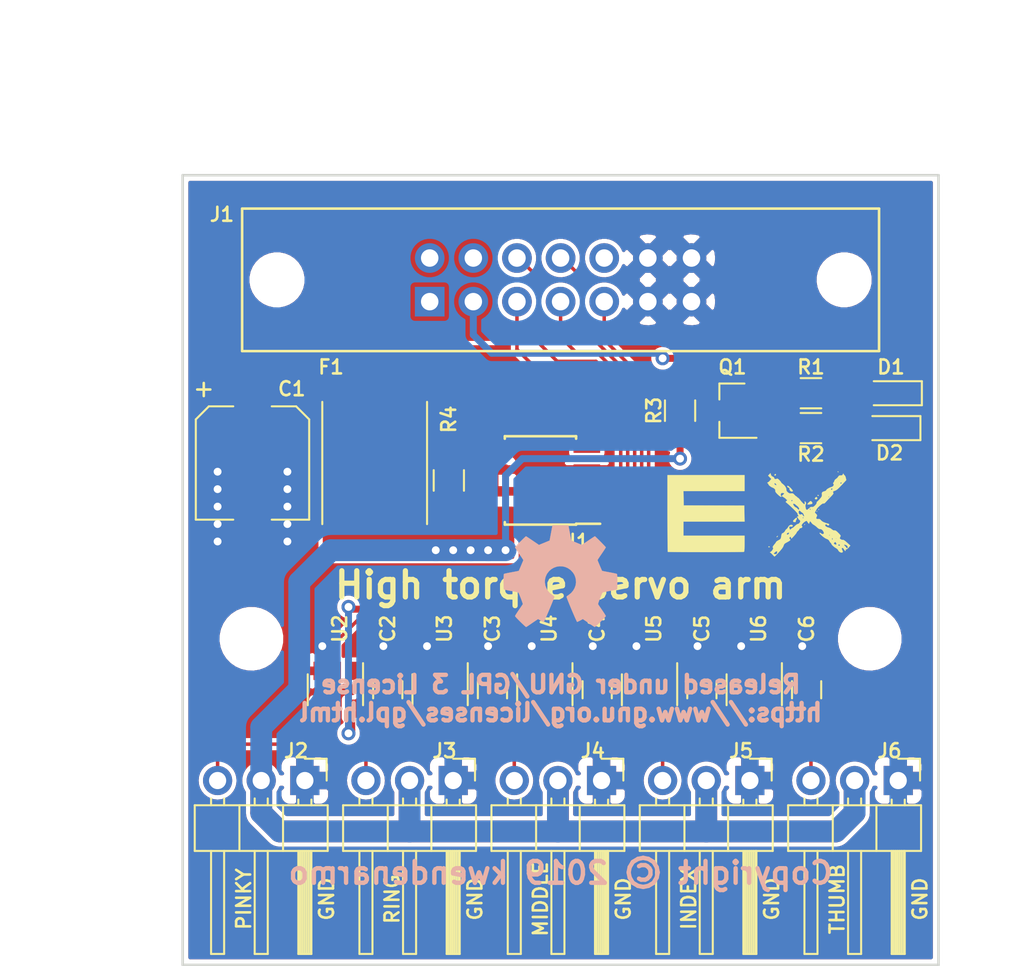
<source format=kicad_pcb>
(kicad_pcb (version 4) (host pcbnew 4.0.7-e2-6376~61~ubuntu18.04.1)
  (title_block (title "High Torque Servo Arm: Microservo") (date 2019-12-06) (rev release-v0.1A) (company "EX arte electrónico y experimental") (comment 2 "Revised by: R. García") (comment 3 "Drawn by: R. García") (comment 4 "Designed by: R. García"))
  (layers (0 F.Cu signal) (31 B.Cu signal) (34 B.Paste user) (35 F.Paste user) (36 B.SilkS user) (37 F.SilkS user) (38 B.Mask user) (39 F.Mask user) (44 Edge.Cuts user))
  (net 0 "")
  (net 1 "Net-(C1-Pad1)")
  (net 2 GND)
  (net 3 +5V)
  (net 4 "Net-(D1-Pad2)")
  (net 5 "Net-(D2-Pad2)")
  (net 6 "Net-(F1-Pad1)")
  (net 7 "Net-(J1-Pad5)")
  (net 8 "Net-(J1-Pad6)")
  (net 9 "Net-(J1-Pad7)")
  (net 10 "Net-(J1-Pad8)")
  (net 11 "Net-(J1-Pad9)")
  (net 12 "Net-(J1-Pad10)")
  (net 13 "Net-(J2-Pad3)")
  (net 14 "Net-(J3-Pad3)")
  (net 15 "Net-(J4-Pad3)")
  (net 16 "Net-(J5-Pad3)")
  (net 17 "Net-(J6-Pad3)")
  (net 18 "Net-(Q1-Pad1)")
  (net 19 "Net-(Q1-Pad3)")
  (net 20 "Net-(U1-Pad4)")
  (net 21 "Net-(U1-Pad5)")
  (module logo-ex:logo-ex (layer F.Cu) (at 33.528 19.812)
    (fp_text reference G*** hide)
    (fp_text value LOGO hide)
  )
  (module Fuse_Holders_and_Fuses:Fuse_SMD2920 (layer F.Cu) (at 11.176 16.764 90)
    (fp_text reference F1 (at 5.588 -2.54 180) (layer F.SilkS) (effects (font (size 0.8128 0.8128) (thickness 0.1524))))
    (fp_text value 2A)
    (pad 1 smd rect (at -3.7 0 180) (size 5.6 2.3) (layers F.Cu F.Paste F.Mask) (net 6 "Net-(F1-Pad1)"))
    (pad 2 smd rect (at 3.7 0 180) (size 5.6 2.3) (layers F.Cu F.Paste F.Mask) (net 1 "Net-(C1-Pad1)"))
  )
  (module Fiducials:Fiducial_1mm_Dia_2mm_Outer (layer F.Cu) (at 21.082 21.844)
    (fp_text reference REF** hide)
    (fp_text value Fiducial_1mm_Dia_2mm_Outer hide)
    (pad ~ smd circle (at 0 0) (size 1 1) (layers F.Cu F.Mask) (clearance 0.5))
  )
  (module Fiducials:Fiducial_1mm_Dia_2mm_Outer (layer F.Cu) (at 42 2)
    (fp_text reference REF** hide)
    (fp_text value Fiducial_1mm_Dia_2mm_Outer hide)
    (pad ~ smd circle (at 0 0) (size 1 1) (layers F.Cu F.Mask) (clearance 0.5))
  )
  (module Fiducials:Fiducial_1mm_Dia_2mm_Outer (layer F.Cu) (at 42 31.5)
    (fp_text reference REF** hide)
    (fp_text value Fiducial_1mm_Dia_2mm_Outer hide)
    (pad ~ smd circle (at 0 0) (size 1 1) (layers F.Cu F.Mask) (clearance 0.5))
  )
  (module Mounting_Holes:MountingHole_3.2mm_M3_DIN965 (layer F.Cu) (at 40 27)
    (fp_text reference REF** hide)
    (fp_text value MountingHole_3.2mm_M3_DIN965 hide)
    (pad 1 np_thru_hole circle (at 0 0) (size 3.2 3.2) (drill 3.2) (layers *.Cu *.Mask))
  )
  (module Mounting_Holes:MountingHole_3.2mm_M3_DIN965 (layer F.Cu) (at 4 27)
    (fp_text reference REF** hide)
    (fp_text value MountingHole_3.2mm_M3_DIN965 hide)
    (pad 1 np_thru_hole circle (at 0 0) (size 3.2 3.2) (drill 3.2) (layers *.Cu *.Mask))
  )
  (module Capacitors_SMD:CP_Elec_6.3x7.7 (layer F.Cu) (at 4.064 16.764 270)
    (fp_text reference C1 (at -4.318 -2.286 360) (layer F.SilkS) (effects (font (size 0.8128 0.8128) (thickness 0.1524))))
    (fp_text value 100µF)
    (fp_text user + (at -4.28 2.91 270) (layer F.SilkS))
    (pad 1 smd rect (at -2.7 0 90) (size 3.5 1.6) (layers F.Cu F.Paste F.Mask) (net 1 "Net-(C1-Pad1)"))
    (pad 2 smd rect (at 2.7 0 90) (size 3.5 1.6) (layers F.Cu F.Paste F.Mask) (net 2 GND))
  )
  (module Capacitors_SMD:C_0805 (layer F.Cu) (at 11.938 29.972 90)
    (fp_text reference C2 (at 3.556 0 90) (layer F.SilkS) (effects (font (size 0.8128 0.8128) (thickness 0.1524))))
    (fp_text value 100nF)
    (pad 1 smd rect (at -1 0 90) (size 1 1.25) (layers F.Cu F.Paste F.Mask) (net 3 +5V))
    (pad 2 smd rect (at 1 0 90) (size 1 1.25) (layers F.Cu F.Paste F.Mask) (net 2 GND))
  )
  (module Capacitors_SMD:C_0805 (layer F.Cu) (at 18.034 29.972 90)
    (fp_text reference C3 (at 3.556 0 90) (layer F.SilkS) (effects (font (size 0.8128 0.8128) (thickness 0.1524))))
    (fp_text value 100nF)
    (pad 1 smd rect (at -1 0 90) (size 1 1.25) (layers F.Cu F.Paste F.Mask) (net 3 +5V))
    (pad 2 smd rect (at 1 0 90) (size 1 1.25) (layers F.Cu F.Paste F.Mask) (net 2 GND))
  )
  (module Capacitors_SMD:C_0805 (layer F.Cu) (at 24.13 29.972 90)
    (fp_text reference C4 (at 3.556 0 90) (layer F.SilkS) (effects (font (size 0.8128 0.8128) (thickness 0.1524))))
    (fp_text value 100nF)
    (pad 1 smd rect (at -1 0 90) (size 1 1.25) (layers F.Cu F.Paste F.Mask) (net 3 +5V))
    (pad 2 smd rect (at 1 0 90) (size 1 1.25) (layers F.Cu F.Paste F.Mask) (net 2 GND))
  )
  (module Capacitors_SMD:C_0805 (layer F.Cu) (at 30.226 29.972 90)
    (fp_text reference C5 (at 3.556 0 90) (layer F.SilkS) (effects (font (size 0.8128 0.8128) (thickness 0.1524))))
    (fp_text value 100nF)
    (pad 1 smd rect (at -1 0 90) (size 1 1.25) (layers F.Cu F.Paste F.Mask) (net 3 +5V))
    (pad 2 smd rect (at 1 0 90) (size 1 1.25) (layers F.Cu F.Paste F.Mask) (net 2 GND))
  )
  (module Capacitors_SMD:C_0805 (layer F.Cu) (at 36.322 29.972 90)
    (fp_text reference C6 (at 3.556 0 90) (layer F.SilkS) (effects (font (size 0.8128 0.8128) (thickness 0.1524))))
    (fp_text value 100nF)
    (pad 1 smd rect (at -1 0 90) (size 1 1.25) (layers F.Cu F.Paste F.Mask) (net 3 +5V))
    (pad 2 smd rect (at 1 0 90) (size 1 1.25) (layers F.Cu F.Paste F.Mask) (net 2 GND))
  )
  (module LEDs:LED_0805 (layer F.Cu) (at 41.232 12.7 180)
    (fp_text reference D1 (at 0 1.524 180) (layer F.SilkS) (effects (font (size 0.8128 0.8128) (thickness 0.1524))))
    (fp_text value GREEN)
    (pad 2 smd rect (at 1.1 0) (size 1.2 1.2) (layers F.Cu F.Paste F.Mask) (net 4 "Net-(D1-Pad2)"))
    (pad 1 smd rect (at -1.1 0) (size 1.2 1.2) (layers F.Cu F.Paste F.Mask) (net 2 GND))
  )
  (module LEDs:LED_0805 (layer F.Cu) (at 41.148 14.732 180)
    (fp_text reference D2 (at 0 -1.45 180) (layer F.SilkS) (effects (font (size 0.8128 0.8128) (thickness 0.1524))))
    (fp_text value RED)
    (pad 2 smd rect (at 1.1 0) (size 1.2 1.2) (layers F.Cu F.Paste F.Mask) (net 5 "Net-(D2-Pad2)"))
    (pad 1 smd rect (at -1.1 0) (size 1.2 1.2) (layers F.Cu F.Paste F.Mask) (net 2 GND))
  )
  (module Pin_Headers:Pin_Header_Angled_1x03_Pitch2.54mm (layer F.Cu) (at 7.112 35.26 270)
    (fp_text reference J2 (at -1.732 0.508 360) (layer F.SilkS) (effects (font (size 0.8128 0.8128) (thickness 0.1524))))
    (fp_text value SERVO)
    (pad 1 thru_hole rect (at 0 0 270) (size 1.7 1.7) (drill 1) (layers *.Cu *.Mask) (net 2 GND))
    (pad 2 thru_hole oval (at 0 2.54 270) (size 1.7 1.7) (drill 1) (layers *.Cu *.Mask) (net 6 "Net-(F1-Pad1)"))
    (pad 3 thru_hole oval (at 0 5.08 270) (size 1.7 1.7) (drill 1) (layers *.Cu *.Mask) (net 13 "Net-(J2-Pad3)"))
  )
  (module Pin_Headers:Pin_Header_Angled_1x03_Pitch2.54mm (layer F.Cu) (at 15.748 35.26 270)
    (fp_text reference J3 (at -1.732 0.508 360) (layer F.SilkS) (effects (font (size 0.8128 0.8128) (thickness 0.1524))))
    (fp_text value SERVO)
    (pad 1 thru_hole rect (at 0 0 270) (size 1.7 1.7) (drill 1) (layers *.Cu *.Mask) (net 2 GND))
    (pad 2 thru_hole oval (at 0 2.54 270) (size 1.7 1.7) (drill 1) (layers *.Cu *.Mask) (net 6 "Net-(F1-Pad1)"))
    (pad 3 thru_hole oval (at 0 5.08 270) (size 1.7 1.7) (drill 1) (layers *.Cu *.Mask) (net 14 "Net-(J3-Pad3)"))
  )
  (module Pin_Headers:Pin_Header_Angled_1x03_Pitch2.54mm (layer F.Cu) (at 24.384 35.26 270)
    (fp_text reference J4 (at -1.732 0.508 360) (layer F.SilkS) (effects (font (size 0.8128 0.8128) (thickness 0.1524))))
    (fp_text value SERVO)
    (pad 1 thru_hole rect (at 0 0 270) (size 1.7 1.7) (drill 1) (layers *.Cu *.Mask) (net 2 GND))
    (pad 2 thru_hole oval (at 0 2.54 270) (size 1.7 1.7) (drill 1) (layers *.Cu *.Mask) (net 6 "Net-(F1-Pad1)"))
    (pad 3 thru_hole oval (at 0 5.08 270) (size 1.7 1.7) (drill 1) (layers *.Cu *.Mask) (net 15 "Net-(J4-Pad3)"))
  )
  (module Pin_Headers:Pin_Header_Angled_1x03_Pitch2.54mm (layer F.Cu) (at 33.02 35.26 270)
    (fp_text reference J5 (at -1.732 0.508 360) (layer F.SilkS) (effects (font (size 0.8128 0.8128) (thickness 0.1524))))
    (fp_text value SERVO)
    (pad 1 thru_hole rect (at 0 0 270) (size 1.7 1.7) (drill 1) (layers *.Cu *.Mask) (net 2 GND))
    (pad 2 thru_hole oval (at 0 2.54 270) (size 1.7 1.7) (drill 1) (layers *.Cu *.Mask) (net 6 "Net-(F1-Pad1)"))
    (pad 3 thru_hole oval (at 0 5.08 270) (size 1.7 1.7) (drill 1) (layers *.Cu *.Mask) (net 16 "Net-(J5-Pad3)"))
  )
  (module Pin_Headers:Pin_Header_Angled_1x03_Pitch2.54mm (layer F.Cu) (at 41.656 35.26 270)
    (fp_text reference J6 (at -1.732 0.508 360) (layer F.SilkS) (effects (font (size 0.8128 0.8128) (thickness 0.1524))))
    (fp_text value SERVO)
    (pad 1 thru_hole rect (at 0 0 270) (size 1.7 1.7) (drill 1) (layers *.Cu *.Mask) (net 2 GND))
    (pad 2 thru_hole oval (at 0 2.54 270) (size 1.7 1.7) (drill 1) (layers *.Cu *.Mask) (net 6 "Net-(F1-Pad1)"))
    (pad 3 thru_hole oval (at 0 5.08 270) (size 1.7 1.7) (drill 1) (layers *.Cu *.Mask) (net 17 "Net-(J6-Pad3)"))
  )
  (module TO_SOT_Packages_SMD:SOT-23 (layer F.Cu) (at 32.004 13.716 180)
    (fp_text reference Q1 (at 0 2.54 360) (layer F.SilkS) (effects (font (size 0.8128 0.8128) (thickness 0.1524))))
    (fp_text value BC857)
    (pad 1 smd rect (at -1 -0.95 180) (size 0.9 0.8) (layers F.Cu F.Paste F.Mask) (net 18 "Net-(Q1-Pad1)"))
    (pad 2 smd rect (at -1 0.95 180) (size 0.9 0.8) (layers F.Cu F.Paste F.Mask) (net 1 "Net-(C1-Pad1)"))
    (pad 3 smd rect (at 1 0 180) (size 0.9 0.8) (layers F.Cu F.Paste F.Mask) (net 19 "Net-(Q1-Pad3)"))
  )
  (module Resistors_SMD:R_0805_HandSoldering (layer F.Cu) (at 36.576 12.7)
    (fp_text reference R1 (at 0 -1.524) (layer F.SilkS) (effects (font (size 0.8128 0.8128) (thickness 0.1524))))
    (fp_text value 470R)
    (pad 1 smd rect (at -1.35 0) (size 1.5 1.3) (layers F.Cu F.Paste F.Mask) (net 1 "Net-(C1-Pad1)"))
    (pad 2 smd rect (at 1.35 0) (size 1.5 1.3) (layers F.Cu F.Paste F.Mask) (net 4 "Net-(D1-Pad2)"))
  )
  (module Resistors_SMD:R_0805_HandSoldering (layer F.Cu) (at 36.576 14.732)
    (fp_text reference R2 (at 0 1.524) (layer F.SilkS) (effects (font (size 0.8128 0.8128) (thickness 0.1524))))
    (fp_text value 330R)
    (pad 1 smd rect (at -1.35 0) (size 1.5 1.3) (layers F.Cu F.Paste F.Mask) (net 19 "Net-(Q1-Pad3)"))
    (pad 2 smd rect (at 1.35 0) (size 1.5 1.3) (layers F.Cu F.Paste F.Mask) (net 5 "Net-(D2-Pad2)"))
  )
  (module Resistors_SMD:R_0805_HandSoldering (layer F.Cu) (at 28.956 13.716 90)
    (fp_text reference R3 (at 0 -1.524 90) (layer F.SilkS) (effects (font (size 0.8128 0.8128) (thickness 0.1524))))
    (fp_text value 4k7)
    (pad 1 smd rect (at -1.35 0 90) (size 1.5 1.3) (layers F.Cu F.Paste F.Mask) (net 6 "Net-(F1-Pad1)"))
    (pad 2 smd rect (at 1.35 0 90) (size 1.5 1.3) (layers F.Cu F.Paste F.Mask) (net 18 "Net-(Q1-Pad1)"))
  )
  (module Resistors_SMD:R_0805_HandSoldering (layer F.Cu) (at 15.494 17.78 90)
    (fp_text reference R4 (at 3.556 0 90) (layer F.SilkS) (effects (font (size 0.8128 0.8128) (thickness 0.1524))))
    (fp_text value 10k)
    (pad 1 smd rect (at -1.35 0 90) (size 1.5 1.3) (layers F.Cu F.Paste F.Mask) (net 6 "Net-(F1-Pad1)"))
    (pad 2 smd rect (at 1.35 0 90) (size 1.5 1.3) (layers F.Cu F.Paste F.Mask) (net 2 GND) (thermal_gap 0.381))
  )
  (module Housings_SOIC:SOIC-8_3.9x4.9mm_Pitch1.27mm (layer F.Cu) (at 20.828 17.78 180)
    (fp_text reference U1 (at -2.032 -3.556 180) (layer F.SilkS) (effects (font (size 0.8128 0.8128) (thickness 0.1524))))
    (fp_text value L78L05_SO8)
    (pad 1 smd rect (at -2.7 -1.905 180) (size 1.55 0.6) (layers F.Cu F.Paste F.Mask) (net 3 +5V))
    (pad 2 smd rect (at -2.7 -0.635 180) (size 1.55 0.6) (layers F.Cu F.Paste F.Mask) (net 2 GND))
    (pad 3 smd rect (at -2.7 0.635 180) (size 1.55 0.6) (layers F.Cu F.Paste F.Mask) (net 2 GND))
    (pad 4 smd rect (at -2.7 1.905 180) (size 1.55 0.6) (layers F.Cu F.Paste F.Mask) (net 20 "Net-(U1-Pad4)"))
    (pad 5 smd rect (at 2.7 1.905 180) (size 1.55 0.6) (layers F.Cu F.Paste F.Mask) (net 21 "Net-(U1-Pad5)"))
    (pad 6 smd rect (at 2.7 0.635 180) (size 1.55 0.6) (layers F.Cu F.Paste F.Mask) (net 2 GND))
    (pad 7 smd rect (at 2.7 -0.635 180) (size 1.55 0.6) (layers F.Cu F.Paste F.Mask) (net 2 GND))
    (pad 8 smd rect (at 2.7 -1.905 180) (size 1.55 0.6) (layers F.Cu F.Paste F.Mask) (net 6 "Net-(F1-Pad1)"))
  )
  (module TO_SOT_Packages_SMD:SOT-23-5 (layer F.Cu) (at 8.89 29.972 270)
    (fp_text reference U2 (at -3.556 -0.254 270) (layer F.SilkS) (effects (font (size 0.8128 0.8128) (thickness 0.1524))))
    (fp_text value 74LVC1G17)
    (pad 1 smd rect (at -1.1 -0.95 270) (size 1.06 0.65) (layers F.Cu F.Paste F.Mask))
    (pad 2 smd rect (at -1.1 0 270) (size 1.06 0.65) (layers F.Cu F.Paste F.Mask) (net 7 "Net-(J1-Pad5)"))
    (pad 3 smd rect (at -1.1 0.95 270) (size 1.06 0.65) (layers F.Cu F.Paste F.Mask) (net 2 GND))
    (pad 4 smd rect (at 1.1 0.95 270) (size 1.06 0.65) (layers F.Cu F.Paste F.Mask) (net 13 "Net-(J2-Pad3)"))
    (pad 5 smd rect (at 1.1 -0.95 270) (size 1.06 0.65) (layers F.Cu F.Paste F.Mask) (net 3 +5V))
  )
  (module TO_SOT_Packages_SMD:SOT-23-5 (layer F.Cu) (at 14.986 29.972 270)
    (fp_text reference U3 (at -3.556 -0.254 270) (layer F.SilkS) (effects (font (size 0.8128 0.8128) (thickness 0.1524))))
    (fp_text value 74LVC1G17)
    (pad 1 smd rect (at -1.1 -0.95 270) (size 1.06 0.65) (layers F.Cu F.Paste F.Mask))
    (pad 2 smd rect (at -1.1 0 270) (size 1.06 0.65) (layers F.Cu F.Paste F.Mask) (net 8 "Net-(J1-Pad6)"))
    (pad 3 smd rect (at -1.1 0.95 270) (size 1.06 0.65) (layers F.Cu F.Paste F.Mask) (net 2 GND))
    (pad 4 smd rect (at 1.1 0.95 270) (size 1.06 0.65) (layers F.Cu F.Paste F.Mask) (net 14 "Net-(J3-Pad3)"))
    (pad 5 smd rect (at 1.1 -0.95 270) (size 1.06 0.65) (layers F.Cu F.Paste F.Mask) (net 3 +5V))
  )
  (module TO_SOT_Packages_SMD:SOT-23-5 (layer F.Cu) (at 21.082 29.972 270)
    (fp_text reference U4 (at -3.556 -0.254 270) (layer F.SilkS) (effects (font (size 0.8128 0.8128) (thickness 0.1524))))
    (fp_text value 74LVC1G17)
    (pad 1 smd rect (at -1.1 -0.95 270) (size 1.06 0.65) (layers F.Cu F.Paste F.Mask))
    (pad 2 smd rect (at -1.1 0 270) (size 1.06 0.65) (layers F.Cu F.Paste F.Mask) (net 9 "Net-(J1-Pad7)"))
    (pad 3 smd rect (at -1.1 0.95 270) (size 1.06 0.65) (layers F.Cu F.Paste F.Mask) (net 2 GND))
    (pad 4 smd rect (at 1.1 0.95 270) (size 1.06 0.65) (layers F.Cu F.Paste F.Mask) (net 15 "Net-(J4-Pad3)"))
    (pad 5 smd rect (at 1.1 -0.95 270) (size 1.06 0.65) (layers F.Cu F.Paste F.Mask) (net 3 +5V))
  )
  (module TO_SOT_Packages_SMD:SOT-23-5 (layer F.Cu) (at 27.178 29.972 270)
    (fp_text reference U5 (at -3.556 -0.254 270) (layer F.SilkS) (effects (font (size 0.8128 0.8128) (thickness 0.1524))))
    (fp_text value 74LVC1G17)
    (pad 1 smd rect (at -1.1 -0.95 270) (size 1.06 0.65) (layers F.Cu F.Paste F.Mask))
    (pad 2 smd rect (at -1.1 0 270) (size 1.06 0.65) (layers F.Cu F.Paste F.Mask) (net 10 "Net-(J1-Pad8)"))
    (pad 3 smd rect (at -1.1 0.95 270) (size 1.06 0.65) (layers F.Cu F.Paste F.Mask) (net 2 GND))
    (pad 4 smd rect (at 1.1 0.95 270) (size 1.06 0.65) (layers F.Cu F.Paste F.Mask) (net 16 "Net-(J5-Pad3)"))
    (pad 5 smd rect (at 1.1 -0.95 270) (size 1.06 0.65) (layers F.Cu F.Paste F.Mask) (net 3 +5V))
  )
  (module TO_SOT_Packages_SMD:SOT-23-5 (layer F.Cu) (at 33.274 29.972 270)
    (fp_text reference U6 (at -3.556 -0.254 270) (layer F.SilkS) (effects (font (size 0.8128 0.8128) (thickness 0.1524))))
    (fp_text value 74LVC1G17)
    (pad 1 smd rect (at -1.1 -0.95 270) (size 1.06 0.65) (layers F.Cu F.Paste F.Mask))
    (pad 2 smd rect (at -1.1 0 270) (size 1.06 0.65) (layers F.Cu F.Paste F.Mask) (net 11 "Net-(J1-Pad9)"))
    (pad 3 smd rect (at -1.1 0.95 270) (size 1.06 0.65) (layers F.Cu F.Paste F.Mask) (net 2 GND))
    (pad 4 smd rect (at 1.1 0.95 270) (size 1.06 0.65) (layers F.Cu F.Paste F.Mask) (net 17 "Net-(J6-Pad3)"))
    (pad 5 smd rect (at 1.1 -0.95 270) (size 1.06 0.65) (layers F.Cu F.Paste F.Mask) (net 3 +5V))
  )
  (module Fiducials:Fiducial_1mm_Dia_2mm_Outer (layer F.Cu) (at 2 31.5)
    (fp_text reference REF** hide)
    (fp_text value Fiducial_1mm_Dia_2mm_Outer hide)
    (pad ~ smd circle (at 0 0) (size 1 1) (layers F.Cu F.Mask) (clearance 0.5))
  )
  (module Symbols:OSHW-Symbol_6.7x6mm_SilkScreen (layer B.Cu) (at 22 23.368 180)
    (fp_text reference REF*** hide)
    (fp_text value OSHW-Symbol_6.7x6mm_SilkScreen hide)
  )
  (module 61201422021:61201422021 (layer F.Cu) (at 22 6.096)
    (fp_text reference J1 (at -19.714 -3.81) (layer F.SilkS) (effects (font (size 0.8128 0.8128) (thickness 0.1524))))
    (fp_text value INPUT)
    (pad 1 thru_hole rect (at -7.62 1.27) (size 1.7272 1.7272) (drill 1.016) (layers *.Cu *.Mask) (net 1 "Net-(C1-Pad1)"))
    (pad 2 thru_hole circle (at -7.62 -1.27) (size 1.7272 1.7272) (drill 1.016) (layers *.Cu *.Mask) (net 1 "Net-(C1-Pad1)"))
    (pad 3 thru_hole circle (at -5.08 1.27) (size 1.7272 1.7272) (drill 1.016) (layers *.Cu *.Mask) (net 1 "Net-(C1-Pad1)"))
    (pad 4 thru_hole circle (at -5.08 -1.27) (size 1.7272 1.7272) (drill 1.016) (layers *.Cu *.Mask) (net 1 "Net-(C1-Pad1)"))
    (pad 5 thru_hole circle (at -2.54 1.27) (size 1.7272 1.7272) (drill 1.016) (layers *.Cu *.Mask) (net 7 "Net-(J1-Pad5)"))
    (pad 6 thru_hole circle (at -2.54 -1.27) (size 1.7272 1.7272) (drill 1.016) (layers *.Cu *.Mask) (net 8 "Net-(J1-Pad6)"))
    (pad 7 thru_hole circle (at 0 1.27) (size 1.7272 1.7272) (drill 1.016) (layers *.Cu *.Mask) (net 9 "Net-(J1-Pad7)"))
    (pad 8 thru_hole circle (at 0 -1.27) (size 1.7272 1.7272) (drill 1.016) (layers *.Cu *.Mask) (net 10 "Net-(J1-Pad8)"))
    (pad 9 thru_hole circle (at 2.54 1.27) (size 1.7272 1.7272) (drill 1.016) (layers *.Cu *.Mask) (net 11 "Net-(J1-Pad9)"))
    (pad 10 thru_hole circle (at 2.54 -1.27) (size 1.7272 1.7272) (drill 1.016) (layers *.Cu *.Mask) (net 12 "Net-(J1-Pad10)"))
    (pad 11 thru_hole circle (at 5.08 1.27) (size 1.7272 1.7272) (drill 1.016) (layers *.Cu *.Mask) (net 2 GND))
    (pad 12 thru_hole circle (at 5.08 -1.27) (size 1.7272 1.7272) (drill 1.016) (layers *.Cu *.Mask) (net 2 GND))
    (pad 13 thru_hole circle (at 7.62 1.27) (size 1.7272 1.7272) (drill 1.016) (layers *.Cu *.Mask) (net 2 GND))
    (pad 14 thru_hole circle (at 7.62 -1.27) (size 1.7272 1.7272) (drill 1.016) (layers *.Cu *.Mask) (net 2 GND))
    (pad "" np_thru_hole circle (at -16.51 0) (size 2.7 2.7) (drill 2.7) (layers *.Cu *.Mask))
    (pad "" np_thru_hole circle (at 16.51 0) (size 2.7 2.7) (drill 2.7) (layers *.Cu *.Mask))
  )
  (gr_text "Copyright © 2019 kwendenarmo" (at 22 40.64) (layer B.SilkS) (effects (font (size 1.27 1.27) (thickness 0.254)) (justify mirror)))
  (gr_text "Released under GNU/GPL 3 License\nhttps://www.gnu.org/licenses/gpl.html" (at 22 30.48) (layer B.SilkS) (effects (font (size 1.016 1.016) (thickness 0.254)) (justify mirror)))
  (gr_text THUMB (at 38.1 42.164 90) (layer F.SilkS) (effects (font (size 0.8128 0.8128) (thickness 0.1524))))
  (gr_text INDEX (at 29.464 42.164 90) (layer F.SilkS) (effects (font (size 0.8128 0.8128) (thickness 0.1524))))
  (gr_text MIDDLE (at 20.828 42.164 90) (layer F.SilkS) (effects (font (size 0.8128 0.8128) (thickness 0.1524))))
  (gr_text RING (at 12.192 42.164 90) (layer F.SilkS) (effects (font (size 0.8128 0.8128) (thickness 0.1524))))
  (gr_text PINKY (at 3.556 42.164 90) (layer F.SilkS) (effects (font (size 0.8128 0.8128) (thickness 0.1524))))
  (gr_text GND (at 42.926 42.164 90) (layer F.SilkS) (effects (font (size 0.8128 0.8128) (thickness 0.1524))))
  (gr_text GND (at 34.29 42.164 90) (layer F.SilkS) (effects (font (size 0.8128 0.8128) (thickness 0.1524))))
  (gr_text GND (at 25.654 42.164 90) (layer F.SilkS) (effects (font (size 0.8128 0.8128) (thickness 0.1524))))
  (gr_text GND (at 17.018 42.164 90) (layer F.SilkS) (effects (font (size 0.8128 0.8128) (thickness 0.1524))))
  (gr_text GND (at 8.382 42.164 90) (layer F.SilkS) (effects (font (size 0.8128 0.8128) (thickness 0.1524))))
  (gr_text "High torque servo arm" (at 22 23.876) (layer F.SilkS) (effects (font (thickness 0.3048))))
  (gr_line (start 0 46) (end 0 0) (layer Edge.Cuts) (width 0.15))
  (gr_line (start 44 46) (end 0 46) (layer Edge.Cuts) (width 0.15))
  (gr_line (start 44 0) (end 44 46) (layer Edge.Cuts) (width 0.15))
  (gr_line (start 0 0) (end 44 0) (layer Edge.Cuts) (width 0.15))
  (segment (start 33.004 12.766) (end 31.562 12.766) (width 0.4064) (layer F.Cu) (net 1))
  (segment (start 31.562 12.766) (end 30.988 12.192) (width 0.4064) (layer F.Cu) (net 1))
  (segment (start 30.988 12.192) (end 30.988 11.079311) (width 0.4064) (layer F.Cu) (net 1))
  (segment (start 30.988 11.079311) (end 30.576689 10.668) (width 0.4064) (layer F.Cu) (net 1))
  (segment (start 30.576689 10.668) (end 27.94 10.668) (width 0.4064) (layer F.Cu) (net 1))
  (via (at 27.94 10.668) (size 0.8128) (drill 0.4572) (layers F.Cu B.Cu) (net 1))
  (segment (start 33.004 12.766) (end 35.16 12.766) (width 0.4064) (layer F.Cu) (net 1))
  (segment (start 35.16 12.766) (end 35.226 12.7) (width 0.4064) (layer F.Cu) (net 1))
  (segment (start 17.990303 10.370303) (end 27.642303 10.370303) (width 0.4064) (layer B.Cu) (net 1))
  (segment (start 27.642303 10.370303) (end 27.94 10.668) (width 0.4064) (layer B.Cu) (net 1))
  (segment (start 17.990303 10.370303) (end 16.92 9.3) (width 0.4064) (layer B.Cu) (net 1))
  (segment (start 16.92 9.3) (end 16.92 7.366) (width 0.4064) (layer B.Cu) (net 1))
  (segment (start 6.096 20.32) (end 6.096 21.336) (width 0.4064) (layer F.Cu) (net 2))
  (via (at 6.096 21.336) (size 0.8128) (drill 0.4572) (layers F.Cu B.Cu) (net 2))
  (segment (start 6.096 19.304) (end 6.096 20.32) (width 0.4064) (layer F.Cu) (net 2))
  (via (at 6.096 20.32) (size 0.8128) (drill 0.4572) (layers F.Cu B.Cu) (net 2))
  (segment (start 6.096 18.288) (end 6.096 17.272) (width 0.4064) (layer F.Cu) (net 2))
  (via (at 6.096 17.272) (size 0.8128) (drill 0.4572) (layers F.Cu B.Cu) (net 2))
  (segment (start 6.096 19.304) (end 6.096 18.288) (width 0.4064) (layer F.Cu) (net 2))
  (via (at 6.096 18.288) (size 0.8128) (drill 0.4572) (layers F.Cu B.Cu) (net 2))
  (segment (start 4.064 19.464) (end 5.936 19.464) (width 0.4064) (layer F.Cu) (net 2))
  (segment (start 5.936 19.464) (end 6.096 19.304) (width 0.4064) (layer F.Cu) (net 2))
  (via (at 6.096 19.304) (size 0.8128) (drill 0.4572) (layers F.Cu B.Cu) (net 2))
  (segment (start 2.032 20.32) (end 2.032 21.336) (width 0.4064) (layer F.Cu) (net 2))
  (via (at 2.032 21.336) (size 0.8128) (drill 0.4572) (layers F.Cu B.Cu) (net 2))
  (segment (start 2.032 19.304) (end 2.032 20.32) (width 0.4064) (layer F.Cu) (net 2))
  (via (at 2.032 20.32) (size 0.8128) (drill 0.4572) (layers F.Cu B.Cu) (net 2))
  (segment (start 2.032 18.288) (end 2.032 17.272) (width 0.4064) (layer F.Cu) (net 2))
  (via (at 2.032 17.272) (size 0.8128) (drill 0.4572) (layers F.Cu B.Cu) (net 2))
  (segment (start 2.032 19.304) (end 2.032 18.288) (width 0.4064) (layer F.Cu) (net 2))
  (via (at 2.032 18.288) (size 0.8128) (drill 0.4572) (layers F.Cu B.Cu) (net 2))
  (segment (start 4.064 19.464) (end 2.192 19.464) (width 0.4064) (layer F.Cu) (net 2))
  (segment (start 2.192 19.464) (end 2.032 19.304) (width 0.4064) (layer F.Cu) (net 2))
  (via (at 2.032 19.304) (size 0.8128) (drill 0.4572) (layers F.Cu B.Cu) (net 2))
  (segment (start 36.322 28.972) (end 36.322 27.686) (width 0.4064) (layer F.Cu) (net 2))
  (segment (start 36.322 27.686) (end 36.068 27.432) (width 0.4064) (layer F.Cu) (net 2))
  (via (at 36.068 27.432) (size 0.8128) (drill 0.4572) (layers F.Cu B.Cu) (net 2))
  (segment (start 30.226 28.972) (end 30.226 27.686) (width 0.4064) (layer F.Cu) (net 2))
  (segment (start 30.226 27.686) (end 29.972 27.432) (width 0.4064) (layer F.Cu) (net 2))
  (via (at 29.972 27.432) (size 0.8128) (drill 0.4572) (layers F.Cu B.Cu) (net 2))
  (segment (start 32.324 28.872) (end 32.324 27.62) (width 0.4064) (layer F.Cu) (net 2))
  (via (at 32.512 27.432) (size 0.8128) (drill 0.4572) (layers F.Cu B.Cu) (net 2))
  (segment (start 32.324 27.62) (end 32.512 27.432) (width 0.4064) (layer F.Cu) (net 2))
  (segment (start 26.228 28.872) (end 26.228 27.62) (width 0.4064) (layer F.Cu) (net 2))
  (segment (start 26.228 27.62) (end 26.416 27.432) (width 0.4064) (layer F.Cu) (net 2))
  (via (at 26.416 27.432) (size 0.8128) (drill 0.4572) (layers F.Cu B.Cu) (net 2))
  (segment (start 24.13 28.972) (end 24.13 27.686) (width 0.4064) (layer F.Cu) (net 2))
  (segment (start 24.13 27.686) (end 23.876 27.432) (width 0.4064) (layer F.Cu) (net 2))
  (via (at 23.876 27.432) (size 0.8128) (drill 0.4572) (layers F.Cu B.Cu) (net 2))
  (segment (start 20.132 28.872) (end 20.132 27.62) (width 0.4064) (layer F.Cu) (net 2))
  (segment (start 20.132 27.62) (end 20.32 27.432) (width 0.4064) (layer F.Cu) (net 2))
  (via (at 20.32 27.432) (size 0.8128) (drill 0.4572) (layers F.Cu B.Cu) (net 2))
  (segment (start 18.034 28.972) (end 18.034 27.686) (width 0.4064) (layer F.Cu) (net 2))
  (segment (start 18.034 27.686) (end 17.78 27.432) (width 0.4064) (layer F.Cu) (net 2))
  (via (at 17.78 27.432) (size 0.8128) (drill 0.4572) (layers F.Cu B.Cu) (net 2))
  (segment (start 14.036 28.872) (end 14.036 27.62) (width 0.4064) (layer F.Cu) (net 2))
  (segment (start 14.036 27.62) (end 14.224 27.432) (width 0.4064) (layer F.Cu) (net 2))
  (via (at 14.224 27.432) (size 0.8128) (drill 0.4572) (layers F.Cu B.Cu) (net 2))
  (segment (start 11.938 28.972) (end 11.938 27.686) (width 0.4064) (layer F.Cu) (net 2))
  (segment (start 11.938 27.686) (end 11.684 27.432) (width 0.4064) (layer F.Cu) (net 2))
  (via (at 11.684 27.432) (size 0.8128) (drill 0.4572) (layers F.Cu B.Cu) (net 2))
  (segment (start 7.94 28.872) (end 7.94 27.62) (width 0.4064) (layer F.Cu) (net 2))
  (via (at 8.128 27.432) (size 0.8128) (drill 0.4572) (layers F.Cu B.Cu) (net 2))
  (segment (start 7.94 27.62) (end 8.128 27.432) (width 0.4064) (layer F.Cu) (net 2))
  (segment (start 24.575455 25.277624) (end 9.783624 25.277624) (width 0.4064) (layer F.Cu) (net 3))
  (segment (start 9.783624 25.277624) (end 9.652 25.146) (width 0.4064) (layer F.Cu) (net 3))
  (segment (start 9.652 32.512) (end 9.652 25.146) (width 0.4064) (layer B.Cu) (net 3))
  (via (at 9.652 25.146) (size 0.8128) (drill 0.4572) (layers F.Cu B.Cu) (net 3))
  (segment (start 23.528 19.685) (end 24.385597 19.685) (width 0.4064) (layer F.Cu) (net 3))
  (segment (start 24.385597 19.685) (end 24.926337 20.22574) (width 0.4064) (layer F.Cu) (net 3))
  (segment (start 24.926337 20.22574) (end 24.926337 24.926742) (width 0.4064) (layer F.Cu) (net 3))
  (segment (start 24.926337 24.926742) (end 24.575455 25.277624) (width 0.4064) (layer F.Cu) (net 3))
  (segment (start 34.224 31.072) (end 34.224 30) (width 0.4064) (layer F.Cu) (net 3))
  (segment (start 34.224 30) (end 34 30) (width 0.4064) (layer F.Cu) (net 3))
  (segment (start 30.226 30.972) (end 30.226 30.044639) (width 0.4064) (layer F.Cu) (net 3))
  (segment (start 30.226 30.044639) (end 30.273554 29.997085) (width 0.4064) (layer F.Cu) (net 3))
  (segment (start 30.273554 29.997085) (end 30.002915 29.997085) (width 0.4064) (layer F.Cu) (net 3))
  (segment (start 30.002915 29.997085) (end 30 30) (width 0.4064) (layer F.Cu) (net 3))
  (segment (start 9.84 31.072) (end 9.84 31.035831) (width 0.4064) (layer F.Cu) (net 3))
  (segment (start 10.875831 30) (end 12 30) (width 0.4064) (layer F.Cu) (net 3))
  (segment (start 9.84 31.035831) (end 10.875831 30) (width 0.4064) (layer F.Cu) (net 3))
  (segment (start 9.84 31.072) (end 9.84 32.324) (width 0.4064) (layer F.Cu) (net 3))
  (segment (start 9.84 32.324) (end 9.652 32.512) (width 0.4064) (layer F.Cu) (net 3))
  (via (at 9.652 32.512) (size 0.8128) (drill 0.4572) (layers F.Cu B.Cu) (net 3))
  (segment (start 16 30) (end 16.75 30) (width 0.4064) (layer F.Cu) (net 3))
  (segment (start 16.75 30) (end 18 30) (width 0.4064) (layer F.Cu) (net 3))
  (segment (start 12 30) (end 16 30) (width 0.4064) (layer F.Cu) (net 3))
  (segment (start 11.938 30.972) (end 11.938 30.062) (width 0.4064) (layer F.Cu) (net 3))
  (segment (start 11.938 30.062) (end 12 30) (width 0.4064) (layer F.Cu) (net 3))
  (segment (start 15.936 31.072) (end 15.936 30.064) (width 0.4064) (layer F.Cu) (net 3))
  (segment (start 15.936 30.064) (end 16 30) (width 0.4064) (layer F.Cu) (net 3))
  (segment (start 18 30) (end 22 30) (width 0.4064) (layer F.Cu) (net 3))
  (segment (start 18.034 30.972) (end 18.034 30.034) (width 0.4064) (layer F.Cu) (net 3))
  (segment (start 18.034 30.034) (end 18 30) (width 0.4064) (layer F.Cu) (net 3))
  (segment (start 22 30) (end 24 30) (width 0.4064) (layer F.Cu) (net 3))
  (segment (start 22.032 31.072) (end 22.032 30.032) (width 0.4064) (layer F.Cu) (net 3))
  (segment (start 22.032 30.032) (end 22 30) (width 0.4064) (layer F.Cu) (net 3))
  (segment (start 24 30) (end 28 30) (width 0.4064) (layer F.Cu) (net 3))
  (segment (start 24.13 30.972) (end 24.13 30.13) (width 0.4064) (layer F.Cu) (net 3))
  (segment (start 24.13 30.13) (end 24 30) (width 0.4064) (layer F.Cu) (net 3))
  (segment (start 28 30) (end 30 30) (width 0.4064) (layer F.Cu) (net 3))
  (segment (start 28.128 31.072) (end 28.128 30.128) (width 0.4064) (layer F.Cu) (net 3))
  (segment (start 28.128 30.128) (end 28 30) (width 0.4064) (layer F.Cu) (net 3))
  (segment (start 30 30) (end 34 30) (width 0.4064) (layer F.Cu) (net 3))
  (segment (start 34 30) (end 35.35 30) (width 0.4064) (layer F.Cu) (net 3))
  (segment (start 35.35 30) (end 36.322 30.972) (width 0.4064) (layer F.Cu) (net 3))
  (segment (start 9.95 31.1) (end 9.95 31.05) (width 0.4064) (layer F.Cu) (net 3))
  (segment (start 37.926 12.7) (end 40.132 12.7) (width 0.2032) (layer F.Cu) (net 4))
  (segment (start 37.926 14.732) (end 40.048 14.732) (width 0.2032) (layer F.Cu) (net 5))
  (segment (start 8.636 21.844) (end 6.784191 23.695809) (width 1.27) (layer B.Cu) (net 6))
  (segment (start 6.784191 23.695809) (end 6.784191 29.937335) (width 1.27) (layer B.Cu) (net 6))
  (segment (start 6.784191 29.937335) (end 4.572 32.149526) (width 1.27) (layer B.Cu) (net 6))
  (segment (start 8.636 21.844) (end 14.732 21.844) (width 1.27) (layer B.Cu) (net 6))
  (segment (start 4.572 32.149526) (end 4.572 35.26) (width 1.27) (layer B.Cu) (net 6))
  (segment (start 38.032124 38.221908) (end 39.116 37.138032) (width 1.27) (layer F.Cu) (net 6))
  (segment (start 39.116 37.138032) (end 39.116 35.26) (width 1.27) (layer F.Cu) (net 6))
  (segment (start 30.48 38.221908) (end 38.032124 38.221908) (width 1.27) (layer F.Cu) (net 6))
  (segment (start 21.844 38.221908) (end 30.48 38.221908) (width 1.27) (layer F.Cu) (net 6))
  (segment (start 30.48 35.26) (end 30.48 38.221908) (width 1.27) (layer F.Cu) (net 6))
  (segment (start 21.844 35.26) (end 21.844 38.221908) (width 1.27) (layer F.Cu) (net 6))
  (segment (start 13.208 38.221908) (end 21.844 38.221908) (width 1.27) (layer F.Cu) (net 6))
  (segment (start 5.643776 38.221908) (end 13.208 38.221908) (width 1.27) (layer F.Cu) (net 6))
  (segment (start 13.208 35.26) (end 13.208 38.221908) (width 1.27) (layer F.Cu) (net 6))
  (segment (start 4.572 37.150132) (end 5.643776 38.221908) (width 1.27) (layer F.Cu) (net 6))
  (segment (start 4.572 35.26) (end 4.572 37.150132) (width 1.27) (layer F.Cu) (net 6))
  (segment (start 21.844 38.221149) (end 30.48 38.221149) (width 1.27) (layer B.Cu) (net 6))
  (segment (start 30.48 38.221149) (end 38.03202 38.221149) (width 1.27) (layer B.Cu) (net 6))
  (segment (start 30.48 35.26) (end 30.48 38.221149) (width 1.27) (layer B.Cu) (net 6))
  (segment (start 13.208 38.221149) (end 21.844 38.221149) (width 1.27) (layer B.Cu) (net 6))
  (segment (start 21.844 35.26) (end 21.844 38.221149) (width 1.27) (layer B.Cu) (net 6))
  (segment (start 5.64316 38.221149) (end 13.208 38.221149) (width 1.27) (layer B.Cu) (net 6))
  (segment (start 13.208 35.26) (end 13.208 38.221149) (width 1.27) (layer B.Cu) (net 6))
  (segment (start 4.572 35.26) (end 4.572 37.149989) (width 1.27) (layer B.Cu) (net 6))
  (segment (start 4.572 37.149989) (end 5.64316 38.221149) (width 1.27) (layer B.Cu) (net 6))
  (segment (start 38.03202 38.221149) (end 39.116 37.137169) (width 1.27) (layer B.Cu) (net 6))
  (segment (start 39.116 37.137169) (end 39.116 35.26) (width 1.27) (layer B.Cu) (net 6))
  (segment (start 18.796 21.844) (end 18.796 17.486517) (width 0.4064) (layer B.Cu) (net 6))
  (segment (start 19.772517 16.51) (end 28.956 16.51) (width 0.4064) (layer B.Cu) (net 6))
  (segment (start 18.796 17.486517) (end 19.772517 16.51) (width 0.4064) (layer B.Cu) (net 6))
  (segment (start 17.78 21.844) (end 18.796 21.844) (width 1.27) (layer B.Cu) (net 6))
  (via (at 18.796 21.844) (size 0.8128) (drill 0.4572) (layers F.Cu B.Cu) (net 6))
  (segment (start 16.764 21.844) (end 17.78 21.844) (width 1.27) (layer B.Cu) (net 6))
  (via (at 17.78 21.844) (size 0.8128) (drill 0.4572) (layers F.Cu B.Cu) (net 6))
  (segment (start 15.748 21.844) (end 16.764 21.844) (width 1.27) (layer B.Cu) (net 6))
  (via (at 16.764 21.844) (size 0.8128) (drill 0.4572) (layers F.Cu B.Cu) (net 6))
  (segment (start 14.732 21.844) (end 15.748 21.844) (width 1.27) (layer B.Cu) (net 6))
  (via (at 15.748 21.844) (size 0.8128) (drill 0.4572) (layers F.Cu B.Cu) (net 6))
  (via (at 14.732 21.844) (size 0.8128) (drill 0.4572) (layers F.Cu B.Cu) (net 6))
  (segment (start 28.956 16.51) (end 28.956 15.066) (width 0.4064) (layer F.Cu) (net 6))
  (via (at 28.956 16.51) (size 0.8128) (drill 0.4572) (layers F.Cu B.Cu) (net 6))
  (segment (start 19.46 7.366) (end 19.46 10.148129) (width 0.2032) (layer F.Cu) (net 7))
  (segment (start 19.46 10.148129) (end 20.561871 11.25) (width 0.2032) (layer F.Cu) (net 7))
  (segment (start 20.561871 11.25) (end 23.8901 11.25) (width 0.2032) (layer F.Cu) (net 7))
  (segment (start 25.5 12.8599) (end 25.5 25.149088) (width 0.2032) (layer F.Cu) (net 7))
  (segment (start 25.5 25.149088) (end 24.810604 25.838484) (width 0.2032) (layer F.Cu) (net 7))
  (segment (start 23.8901 11.25) (end 25.5 12.8599) (width 0.2032) (layer F.Cu) (net 7))
  (segment (start 24.810604 25.838484) (end 10.266034 25.838484) (width 0.2032) (layer F.Cu) (net 7))
  (segment (start 10.266034 25.838484) (end 8.891483 27.213035) (width 0.2032) (layer F.Cu) (net 7))
  (segment (start 8.891483 27.213035) (end 8.891483 28.870517) (width 0.2032) (layer F.Cu) (net 7))
  (segment (start 8.891483 28.870517) (end 8.89 28.872) (width 0.2032) (layer F.Cu) (net 7))
  (segment (start 14.986 28.872) (end 14.990439 28.867561) (width 0.2032) (layer F.Cu) (net 8))
  (segment (start 16.08691 26.245694) (end 24.981881 26.245694) (width 0.2032) (layer F.Cu) (net 8))
  (segment (start 14.990439 28.867561) (end 14.990439 27.342165) (width 0.2032) (layer F.Cu) (net 8))
  (segment (start 24.981881 26.245694) (end 25.906437 25.321138) (width 0.2032) (layer F.Cu) (net 8))
  (segment (start 21.801817 10.843591) (end 20.726394 9.768168) (width 0.2032) (layer F.Cu) (net 8))
  (segment (start 20.726394 9.768168) (end 20.726394 5.994394) (width 0.2032) (layer F.Cu) (net 8))
  (segment (start 14.990439 27.342165) (end 16.08691 26.245694) (width 0.2032) (layer F.Cu) (net 8))
  (segment (start 25.906437 25.321138) (end 25.906437 12.688628) (width 0.2032) (layer F.Cu) (net 8))
  (segment (start 19.558 4.826) (end 19.46 4.826) (width 0.2032) (layer F.Cu) (net 8))
  (segment (start 25.906437 12.688628) (end 24.0614 10.843591) (width 0.2032) (layer F.Cu) (net 8))
  (segment (start 24.0614 10.843591) (end 21.801817 10.843591) (width 0.2032) (layer F.Cu) (net 8))
  (segment (start 20.726394 5.994394) (end 19.558 4.826) (width 0.2032) (layer F.Cu) (net 8))
  (segment (start 22 7.366) (end 22 9.421346) (width 0.2032) (layer F.Cu) (net 9))
  (segment (start 22 9.421346) (end 23.013575 10.434921) (width 0.2032) (layer F.Cu) (net 9))
  (segment (start 26.31315 25.50285) (end 25.156884 26.659116) (width 0.2032) (layer F.Cu) (net 9))
  (segment (start 22.270733 26.659116) (end 21.082 27.847849) (width 0.2032) (layer F.Cu) (net 9))
  (segment (start 23.013575 10.434921) (end 24.23044 10.434921) (width 0.2032) (layer F.Cu) (net 9))
  (segment (start 24.23044 10.434921) (end 26.31315 12.517631) (width 0.2032) (layer F.Cu) (net 9))
  (segment (start 26.31315 12.517631) (end 26.31315 25.50285) (width 0.2032) (layer F.Cu) (net 9))
  (segment (start 21.082 27.847849) (end 21.082 28.872) (width 0.2032) (layer F.Cu) (net 9))
  (segment (start 25.156884 26.659116) (end 22.270733 26.659116) (width 0.2032) (layer F.Cu) (net 9))
  (segment (start 22 4.826) (end 22.098 4.826) (width 0.2032) (layer F.Cu) (net 10))
  (segment (start 22.098 4.826) (end 23.25978 5.98778) (width 0.2032) (layer F.Cu) (net 10))
  (segment (start 27.182803 28.867197) (end 27.178 28.872) (width 0.2032) (layer F.Cu) (net 10))
  (segment (start 23.25978 5.98778) (end 23.25978 8.886553) (width 0.2032) (layer F.Cu) (net 10))
  (segment (start 23.25978 8.886553) (end 26.719863 12.346636) (width 0.2032) (layer F.Cu) (net 10))
  (segment (start 26.719863 12.346636) (end 26.719863 26.655838) (width 0.2032) (layer F.Cu) (net 10))
  (segment (start 26.719863 26.655838) (end 27.182803 27.118778) (width 0.2032) (layer F.Cu) (net 10))
  (segment (start 27.182803 27.118778) (end 27.182803 28.867197) (width 0.2032) (layer F.Cu) (net 10))
  (segment (start 24.54 7.366) (end 24.54 9.588327) (width 0.2032) (layer F.Cu) (net 11))
  (segment (start 24.54 9.588327) (end 27.126575 12.174902) (width 0.2032) (layer F.Cu) (net 11))
  (segment (start 27.126575 12.174902) (end 27.126575 25.483872) (width 0.2032) (layer F.Cu) (net 11))
  (segment (start 28.312073 26.66937) (end 32.871774 26.66937) (width 0.2032) (layer F.Cu) (net 11))
  (segment (start 27.126575 25.483872) (end 28.312073 26.66937) (width 0.2032) (layer F.Cu) (net 11))
  (segment (start 32.871774 26.66937) (end 33.276577 27.074173) (width 0.2032) (layer F.Cu) (net 11))
  (segment (start 33.276577 27.074173) (end 33.276577 28.869423) (width 0.2032) (layer F.Cu) (net 11))
  (segment (start 33.276577 28.869423) (end 33.274 28.872) (width 0.2032) (layer F.Cu) (net 11))
  (segment (start 2.032 35.26) (end 2.032 33.946543) (width 0.2032) (layer F.Cu) (net 13))
  (segment (start 2.032 33.946543) (end 2.837208 33.141335) (width 0.2032) (layer F.Cu) (net 13))
  (segment (start 2.837208 33.141335) (end 7.171535 33.141335) (width 0.2032) (layer F.Cu) (net 13))
  (segment (start 7.171535 33.141335) (end 7.94 32.37287) (width 0.2032) (layer F.Cu) (net 13))
  (segment (start 7.94 32.37287) (end 7.94 31.072) (width 0.2032) (layer F.Cu) (net 13))
  (segment (start 10.668 35.26) (end 10.668 33.83957) (width 0.2032) (layer F.Cu) (net 14))
  (segment (start 10.668 33.83957) (end 11.385267 33.122303) (width 0.2032) (layer F.Cu) (net 14))
  (segment (start 11.385267 33.122303) (end 13.377697 33.122303) (width 0.2032) (layer F.Cu) (net 14))
  (segment (start 13.377697 33.122303) (end 14.036 32.464) (width 0.2032) (layer F.Cu) (net 14))
  (segment (start 14.036 32.464) (end 14.036 31.072) (width 0.2032) (layer F.Cu) (net 14))
  (segment (start 19.304 35.26) (end 19.304 33.502793) (width 0.2032) (layer F.Cu) (net 15))
  (segment (start 19.304 33.502793) (end 20.132 32.674793) (width 0.2032) (layer F.Cu) (net 15))
  (segment (start 20.132 32.674793) (end 20.132 31.072) (width 0.2032) (layer F.Cu) (net 15))
  (segment (start 26.228 31.072) (end 26.228 32.105649) (width 0.2032) (layer F.Cu) (net 16))
  (segment (start 26.228 32.105649) (end 27.94 33.817649) (width 0.2032) (layer F.Cu) (net 16))
  (segment (start 27.94 33.817649) (end 27.94 35.26) (width 0.2032) (layer F.Cu) (net 16))
  (segment (start 32.324 31.072) (end 32.324 32.400517) (width 0.2032) (layer F.Cu) (net 17))
  (segment (start 32.324 32.400517) (end 33.039279 33.115796) (width 0.2032) (layer F.Cu) (net 17))
  (segment (start 33.039279 33.115796) (end 35.919391 33.115796) (width 0.2032) (layer F.Cu) (net 17))
  (segment (start 36.576 33.772405) (end 36.576 35.26) (width 0.2032) (layer F.Cu) (net 17))
  (segment (start 35.919391 33.115796) (end 36.576 33.772405) (width 0.2032) (layer F.Cu) (net 17))
  (segment (start 28.956 12.366) (end 29.638 12.366) (width 0.2032) (layer F.Cu) (net 18))
  (segment (start 29.638 12.366) (end 30.083651 12.811651) (width 0.2032) (layer F.Cu) (net 18))
  (segment (start 30.083651 12.811651) (end 30.083651 14.19631) (width 0.2032) (layer F.Cu) (net 18))
  (segment (start 30.083651 14.19631) (end 30.553341 14.666) (width 0.2032) (layer F.Cu) (net 18))
  (segment (start 30.553341 14.666) (end 33.004 14.666) (width 0.2032) (layer F.Cu) (net 18))
  (segment (start 31.004 13.716) (end 34.083904 13.716) (width 0.2032) (layer F.Cu) (net 19))
  (segment (start 34.083904 13.716) (end 35.099904 14.732) (width 0.2032) (layer F.Cu) (net 19))
  (segment (start 35.099904 14.732) (end 35.226 14.732) (width 0.2032) (layer F.Cu) (net 19))
  (zone (net 2) (net_name GND) (layer F.Cu) (connect_pads (clearance 0.254)) (min_thickness 0.2032) (fill yes (arc_segments 32) (thermal_gap 0.508) (thermal_bridge_width 0.508))
    (polygon (pts (xy 0 0) (xy 44 0) (xy 44 46) (xy 0 46)))
  )
  (zone (net 2) (net_name GND) (layer B.Cu) (connect_pads (clearance 0.254)) (min_thickness 0.2032) (fill yes (arc_segments 32) (thermal_gap 0.508) (thermal_bridge_width 0.508))
    (polygon (pts (xy 0 0) (xy 44 0) (xy 44 46) (xy 0 46)))
  )
  (zone (net 1) (net_name "Net-(C1-Pad1)") (layer F.Cu) (priority 1) (connect_pads yes (clearance 0.254)) (min_thickness 0.2032) (fill yes (arc_segments 32) (thermal_gap 0.508) (thermal_bridge_width 0.508))
    (polygon (pts (xy 2.54 8.128) (xy 10.16 8.128) (xy 10.16 3.556) (xy 18.288 3.556) (xy 18.288 9.652) (xy 14.732 9.652) (xy 14.732 14.732) (xy 5.588 14.732) (xy 5.588 16.256) (xy 2.54 16.256)))
  )
  (zone (net 6) (net_name "Net-(F1-Pad1)") (layer F.Cu) (priority 1) (connect_pads yes (clearance 0.254)) (min_thickness 0.2032) (fill yes (arc_segments 32) (thermal_gap 0.508) (thermal_bridge_width 0.508))
    (polygon (pts (xy 8.128 19.05) (xy 14.732 19.05) (xy 14.732 18.288) (xy 16.256 18.288) (xy 16.256 19.304) (xy 19.304 19.304) (xy 19.304 22.352) (xy 8.166486 22.352)))
  )
)
</source>
